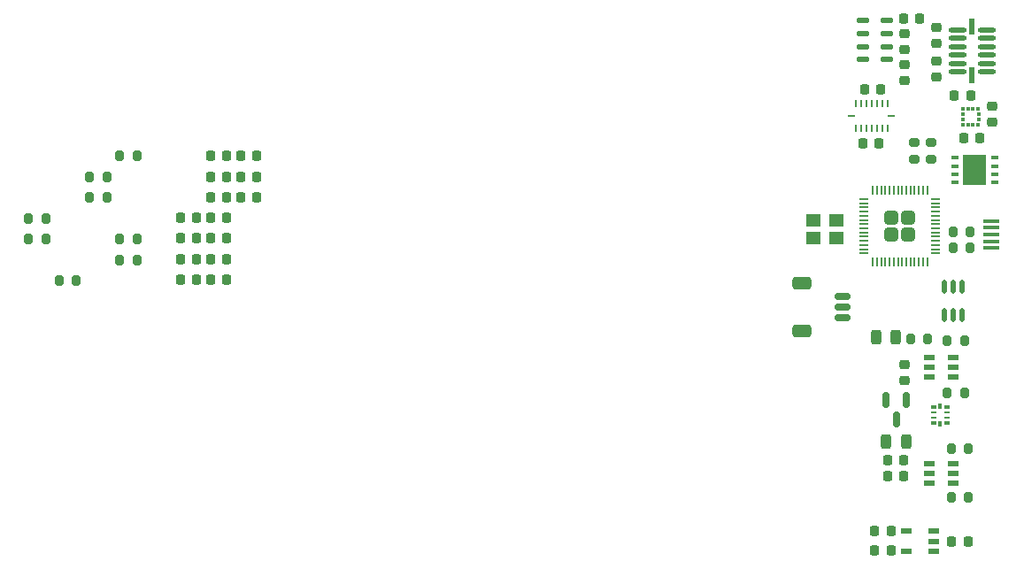
<source format=gbr>
%TF.GenerationSoftware,KiCad,Pcbnew,7.0.5*%
%TF.CreationDate,2023-12-09T18:35:52-08:00*%
%TF.ProjectId,Lyrav3,4c797261-7633-42e6-9b69-6361645f7063,rev?*%
%TF.SameCoordinates,Original*%
%TF.FileFunction,Paste,Top*%
%TF.FilePolarity,Positive*%
%FSLAX46Y46*%
G04 Gerber Fmt 4.6, Leading zero omitted, Abs format (unit mm)*
G04 Created by KiCad (PCBNEW 7.0.5) date 2023-12-09 18:35:52*
%MOMM*%
%LPD*%
G01*
G04 APERTURE LIST*
G04 Aperture macros list*
%AMRoundRect*
0 Rectangle with rounded corners*
0 $1 Rounding radius*
0 $2 $3 $4 $5 $6 $7 $8 $9 X,Y pos of 4 corners*
0 Add a 4 corners polygon primitive as box body*
4,1,4,$2,$3,$4,$5,$6,$7,$8,$9,$2,$3,0*
0 Add four circle primitives for the rounded corners*
1,1,$1+$1,$2,$3*
1,1,$1+$1,$4,$5*
1,1,$1+$1,$6,$7*
1,1,$1+$1,$8,$9*
0 Add four rect primitives between the rounded corners*
20,1,$1+$1,$2,$3,$4,$5,0*
20,1,$1+$1,$4,$5,$6,$7,0*
20,1,$1+$1,$6,$7,$8,$9,0*
20,1,$1+$1,$8,$9,$2,$3,0*%
G04 Aperture macros list end*
%ADD10RoundRect,0.200000X-0.200000X-0.275000X0.200000X-0.275000X0.200000X0.275000X-0.200000X0.275000X0*%
%ADD11RoundRect,0.200000X0.200000X0.275000X-0.200000X0.275000X-0.200000X-0.275000X0.200000X-0.275000X0*%
%ADD12RoundRect,0.200000X-0.275000X0.200000X-0.275000X-0.200000X0.275000X-0.200000X0.275000X0.200000X0*%
%ADD13RoundRect,0.218750X0.256250X-0.218750X0.256250X0.218750X-0.256250X0.218750X-0.256250X-0.218750X0*%
%ADD14RoundRect,0.225000X0.225000X0.250000X-0.225000X0.250000X-0.225000X-0.250000X0.225000X-0.250000X0*%
%ADD15RoundRect,0.225000X-0.225000X-0.250000X0.225000X-0.250000X0.225000X0.250000X-0.225000X0.250000X0*%
%ADD16RoundRect,0.225000X0.250000X-0.225000X0.250000X0.225000X-0.250000X0.225000X-0.250000X-0.225000X0*%
%ADD17RoundRect,0.225000X-0.250000X0.225000X-0.250000X-0.225000X0.250000X-0.225000X0.250000X0.225000X0*%
%ADD18RoundRect,0.243750X-0.243750X-0.456250X0.243750X-0.456250X0.243750X0.456250X-0.243750X0.456250X0*%
%ADD19R,0.350000X0.375000*%
%ADD20R,0.375000X0.350000*%
%ADD21R,1.070000X0.530000*%
%ADD22RoundRect,0.150000X-0.625000X0.150000X-0.625000X-0.150000X0.625000X-0.150000X0.625000X0.150000X0*%
%ADD23RoundRect,0.250000X-0.650000X0.350000X-0.650000X-0.350000X0.650000X-0.350000X0.650000X0.350000X0*%
%ADD24RoundRect,0.249999X-0.395001X0.395001X-0.395001X-0.395001X0.395001X-0.395001X0.395001X0.395001X0*%
%ADD25RoundRect,0.050000X-0.050000X0.387500X-0.050000X-0.387500X0.050000X-0.387500X0.050000X0.387500X0*%
%ADD26RoundRect,0.050000X-0.387500X0.050000X-0.387500X-0.050000X0.387500X-0.050000X0.387500X0.050000X0*%
%ADD27RoundRect,0.150000X-0.150000X0.587500X-0.150000X-0.587500X0.150000X-0.587500X0.150000X0.587500X0*%
%ADD28R,1.400000X1.200000*%
%ADD29R,1.600000X0.400000*%
%ADD30R,1.000000X0.600000*%
%ADD31R,0.250000X0.800000*%
%ADD32R,0.800000X0.250000*%
%ADD33O,1.770000X0.450000*%
%ADD34R,0.600000X1.550000*%
%ADD35R,0.580000X0.300000*%
%ADD36R,0.580000X0.250000*%
%ADD37R,0.350000X0.630000*%
%ADD38RoundRect,0.125000X0.475000X0.125000X-0.475000X0.125000X-0.475000X-0.125000X0.475000X-0.125000X0*%
%ADD39O,0.480000X1.330000*%
%ADD40R,0.800000X0.400000*%
%ADD41R,2.300000X3.000000*%
G04 APERTURE END LIST*
D10*
%TO.C,R27*%
X119538000Y-86772000D03*
X121188000Y-86772000D03*
%TD*%
%TO.C,R26*%
X119538000Y-84782000D03*
X121188000Y-84782000D03*
%TD*%
%TO.C,R22*%
X119538000Y-76822000D03*
X121188000Y-76822000D03*
%TD*%
D11*
%TO.C,R20*%
X200723000Y-109474000D03*
X199073000Y-109474000D03*
%TD*%
%TO.C,R19*%
X200342000Y-99441000D03*
X198692000Y-99441000D03*
%TD*%
D10*
%TO.C,R18*%
X199225400Y-85598000D03*
X200875400Y-85598000D03*
%TD*%
%TO.C,R17*%
X116628000Y-80802000D03*
X118278000Y-80802000D03*
%TD*%
%TO.C,R16*%
X116628000Y-78812000D03*
X118278000Y-78812000D03*
%TD*%
D11*
%TO.C,R15*%
X199225400Y-84074000D03*
X200875400Y-84074000D03*
%TD*%
D10*
%TO.C,R14*%
X113718000Y-88762000D03*
X115368000Y-88762000D03*
%TD*%
D11*
%TO.C,R9*%
X200723000Y-104775000D03*
X199073000Y-104775000D03*
%TD*%
%TO.C,R8*%
X200342000Y-94488000D03*
X198692000Y-94488000D03*
%TD*%
D12*
%TO.C,R7*%
X197154800Y-75476600D03*
X197154800Y-77126600D03*
%TD*%
%TO.C,R6*%
X195503800Y-75476601D03*
X195503800Y-77126601D03*
%TD*%
D10*
%TO.C,R5*%
X110808000Y-84782000D03*
X112458000Y-84782000D03*
%TD*%
%TO.C,R4*%
X110808000Y-82792000D03*
X112458000Y-82792000D03*
%TD*%
%TO.C,R3*%
X195173600Y-94284800D03*
X196823600Y-94284800D03*
%TD*%
D13*
%TO.C,D3*%
X194564000Y-98323500D03*
X194564000Y-96748500D03*
%TD*%
D14*
%TO.C,C29*%
X193307000Y-112649000D03*
X191757000Y-112649000D03*
%TD*%
D15*
%TO.C,C28*%
X131088000Y-80752000D03*
X132638000Y-80752000D03*
%TD*%
%TO.C,C27*%
X131088000Y-78782000D03*
X132638000Y-78782000D03*
%TD*%
%TO.C,C26*%
X131088000Y-76812000D03*
X132638000Y-76812000D03*
%TD*%
%TO.C,C25*%
X128218000Y-88632000D03*
X129768000Y-88632000D03*
%TD*%
%TO.C,C24*%
X128218000Y-86662000D03*
X129768000Y-86662000D03*
%TD*%
%TO.C,C23*%
X128218000Y-84692000D03*
X129768000Y-84692000D03*
%TD*%
%TO.C,C22*%
X128218000Y-82722000D03*
X129768000Y-82722000D03*
%TD*%
%TO.C,C21*%
X128218000Y-80752000D03*
X129768000Y-80752000D03*
%TD*%
%TO.C,C20*%
X128218000Y-78782000D03*
X129768000Y-78782000D03*
%TD*%
%TO.C,C19*%
X128218000Y-76812000D03*
X129768000Y-76812000D03*
%TD*%
%TO.C,C18*%
X125348000Y-88632000D03*
X126898000Y-88632000D03*
%TD*%
%TO.C,C17*%
X125348000Y-86662000D03*
X126898000Y-86662000D03*
%TD*%
%TO.C,C16*%
X125348000Y-84692000D03*
X126898000Y-84692000D03*
%TD*%
%TO.C,C15*%
X125348000Y-82722000D03*
X126898000Y-82722000D03*
%TD*%
D14*
%TO.C,C14*%
X201816000Y-75057000D03*
X200266000Y-75057000D03*
%TD*%
D15*
%TO.C,C13*%
X199377000Y-70993000D03*
X200927000Y-70993000D03*
%TD*%
D16*
%TO.C,C12*%
X202946000Y-73559000D03*
X202946000Y-72009000D03*
%TD*%
%TO.C,C11*%
X197612000Y-69253400D03*
X197612000Y-67703400D03*
%TD*%
D17*
%TO.C,C10*%
X197612000Y-64491400D03*
X197612000Y-66041400D03*
%TD*%
D16*
%TO.C,C9*%
X194564000Y-66639800D03*
X194564000Y-65089800D03*
%TD*%
D14*
%TO.C,C8*%
X194549000Y-107442000D03*
X192999000Y-107442000D03*
%TD*%
%TO.C,C6*%
X193307000Y-114554000D03*
X191757000Y-114554000D03*
%TD*%
%TO.C,C5*%
X200673000Y-113665000D03*
X199123000Y-113665000D03*
%TD*%
D17*
%TO.C,C3*%
X194564000Y-68059000D03*
X194564000Y-69609000D03*
%TD*%
D15*
%TO.C,C2*%
X190791800Y-70408800D03*
X192341800Y-70408800D03*
%TD*%
%TO.C,C1*%
X190614000Y-75590400D03*
X192164000Y-75590400D03*
%TD*%
D18*
%TO.C,D2*%
X191860700Y-94183200D03*
X193735700Y-94183200D03*
%TD*%
D19*
%TO.C,U5*%
X200164000Y-73787500D03*
X200664000Y-73787500D03*
X201164000Y-73787500D03*
X201664000Y-73787500D03*
D20*
X201676500Y-73275000D03*
X201676500Y-72775000D03*
D19*
X201664000Y-72262500D03*
X201164000Y-72262500D03*
X200664000Y-72262500D03*
X200164000Y-72262500D03*
D20*
X200151500Y-72775000D03*
X200151500Y-73275000D03*
%TD*%
D21*
%TO.C,Q2*%
X196970000Y-96078000D03*
X196970000Y-97028000D03*
X196970000Y-97978000D03*
X199270000Y-97978000D03*
X199270000Y-97028000D03*
X199270000Y-96078000D03*
%TD*%
D22*
%TO.C,J5*%
X188690000Y-90271600D03*
X188690000Y-91271600D03*
X188690000Y-92271600D03*
D23*
X184815000Y-88971600D03*
X184815000Y-93571600D03*
%TD*%
D24*
%TO.C,U8*%
X194970400Y-82728000D03*
X193370400Y-82728000D03*
X194970400Y-84328000D03*
X193370400Y-84328000D03*
D25*
X196770400Y-80090500D03*
X196370400Y-80090500D03*
X195970400Y-80090500D03*
X195570400Y-80090500D03*
X195170400Y-80090500D03*
X194770400Y-80090500D03*
X194370400Y-80090500D03*
X193970400Y-80090500D03*
X193570400Y-80090500D03*
X193170400Y-80090500D03*
X192770400Y-80090500D03*
X192370400Y-80090500D03*
X191970400Y-80090500D03*
X191570400Y-80090500D03*
D26*
X190732900Y-80928000D03*
X190732900Y-81328000D03*
X190732900Y-81728000D03*
X190732900Y-82128000D03*
X190732900Y-82528000D03*
X190732900Y-82928000D03*
X190732900Y-83328000D03*
X190732900Y-83728000D03*
X190732900Y-84128000D03*
X190732900Y-84528000D03*
X190732900Y-84928000D03*
X190732900Y-85328000D03*
X190732900Y-85728000D03*
X190732900Y-86128000D03*
D25*
X191570400Y-86965500D03*
X191970400Y-86965500D03*
X192370400Y-86965500D03*
X192770400Y-86965500D03*
X193170400Y-86965500D03*
X193570400Y-86965500D03*
X193970400Y-86965500D03*
X194370400Y-86965500D03*
X194770400Y-86965500D03*
X195170400Y-86965500D03*
X195570400Y-86965500D03*
X195970400Y-86965500D03*
X196370400Y-86965500D03*
X196770400Y-86965500D03*
D26*
X197607900Y-86128000D03*
X197607900Y-85728000D03*
X197607900Y-85328000D03*
X197607900Y-84928000D03*
X197607900Y-84528000D03*
X197607900Y-84128000D03*
X197607900Y-83728000D03*
X197607900Y-83328000D03*
X197607900Y-82928000D03*
X197607900Y-82528000D03*
X197607900Y-82128000D03*
X197607900Y-81728000D03*
X197607900Y-81328000D03*
X197607900Y-80928000D03*
%TD*%
D21*
%TO.C,Q3*%
X196970000Y-106238000D03*
X196970000Y-107188000D03*
X196970000Y-108138000D03*
X199270000Y-108138000D03*
X199270000Y-107188000D03*
X199270000Y-106238000D03*
%TD*%
D27*
%TO.C,Q1*%
X194752000Y-100154500D03*
X192852000Y-100154500D03*
X193802000Y-102029500D03*
%TD*%
D28*
%TO.C,X1*%
X185844000Y-84670000D03*
X188044000Y-84670000D03*
X188044000Y-82970000D03*
X185844000Y-82970000D03*
%TD*%
D14*
%TO.C,C7*%
X194521000Y-105918000D03*
X192971000Y-105918000D03*
%TD*%
D29*
%TO.C,J7*%
X202879000Y-83028000D03*
X202889000Y-83678000D03*
X202889000Y-84328000D03*
X202889000Y-84978000D03*
X202889000Y-85628000D03*
%TD*%
D30*
%TO.C,U9*%
X197388000Y-114615000D03*
X197388000Y-113665000D03*
X197388000Y-112715000D03*
X194788000Y-112715000D03*
X194788000Y-114615000D03*
%TD*%
D18*
%TO.C,F1*%
X192864500Y-104140000D03*
X194739500Y-104140000D03*
%TD*%
D31*
%TO.C,U2*%
X189959000Y-71801000D03*
X190459000Y-71801000D03*
X190959000Y-71801000D03*
X191459000Y-71801000D03*
X191959000Y-71801000D03*
X192459000Y-71801000D03*
X192959000Y-71801000D03*
D32*
X193369000Y-73001000D03*
D31*
X192959000Y-74201000D03*
X192459000Y-74201000D03*
X191959000Y-74201000D03*
X191459000Y-74201000D03*
X190959000Y-74201000D03*
X190459000Y-74201000D03*
X189959000Y-74201000D03*
D32*
X189549000Y-73001000D03*
%TD*%
D33*
%TO.C,U4*%
X199656400Y-64751200D03*
X199656400Y-65551200D03*
X199656400Y-66351200D03*
X199656400Y-67151200D03*
X199656400Y-67951200D03*
X199656400Y-68751200D03*
D34*
X201066400Y-69051200D03*
D33*
X202476400Y-68751200D03*
X202476400Y-67951200D03*
X202476400Y-67151200D03*
X202476400Y-66351200D03*
X202476400Y-65551200D03*
X202476400Y-64751200D03*
D34*
X201066400Y-64451200D03*
%TD*%
D35*
%TO.C,U6*%
X197368000Y-100862000D03*
D36*
X197368000Y-101362000D03*
X197368000Y-101862000D03*
D35*
X197368000Y-102362000D03*
D37*
X197998000Y-102472000D03*
D35*
X198628000Y-102362000D03*
D36*
X198628000Y-101862000D03*
X198628000Y-101362000D03*
D35*
X198628000Y-100862000D03*
D37*
X197998000Y-100752000D03*
%TD*%
D38*
%TO.C,U3*%
X192920000Y-67584800D03*
X192920000Y-66334800D03*
X192920000Y-65084800D03*
X192920000Y-63834800D03*
X190620000Y-63834800D03*
X190620000Y-65084800D03*
X190620000Y-66334800D03*
X190620000Y-67584800D03*
%TD*%
D39*
%TO.C,LED1*%
X200113000Y-89308000D03*
X199263000Y-89308000D03*
X198413000Y-89308000D03*
X198413000Y-92048000D03*
X199263000Y-92048000D03*
X200113000Y-92048000D03*
%TD*%
D40*
%TO.C,U7*%
X199400000Y-76962000D03*
X199400000Y-77762000D03*
X199400000Y-78562000D03*
X199400000Y-79362000D03*
X203200000Y-79362000D03*
X203200000Y-78562000D03*
X203200000Y-77762000D03*
X203200000Y-76962000D03*
D41*
X201300000Y-78162000D03*
%TD*%
D15*
%TO.C,C4*%
X194500200Y-63652400D03*
X196050200Y-63652400D03*
%TD*%
M02*

</source>
